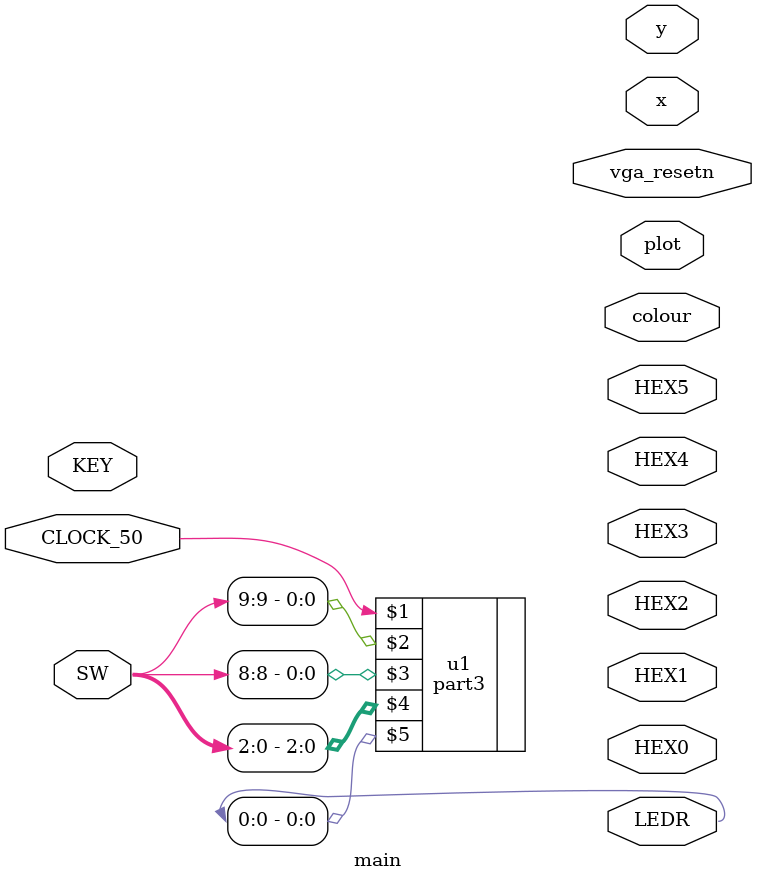
<source format=v>
`timescale 1ns / 1ps
`default_nettype none

module main	(
	input wire CLOCK_50,            //On Board 50 MHz
	input wire [9:0] SW,            // On board Switches
	input wire [3:0] KEY,           // On board push buttons
	output wire [6:0] HEX0,         // HEX displays
	output wire [6:0] HEX1,         
	output wire [6:0] HEX2,         
	output wire [6:0] HEX3,         
	output wire [6:0] HEX4,         
	output wire [6:0] HEX5,         
	output wire [9:0] LEDR,         // LEDs
	output wire [7:0] x,            // VGA pixel coordinates
	output wire [6:0] y,
	output wire [2:0] colour,       // VGA pixel colour (0-7)
	output wire plot,               // Pixel drawn when this is pulsed
	output wire vga_resetn          // VGA resets to black when this is pulsed (NOT CURRENTLY AVAILABLE)
);    

	//Write code in here!	
	part3 u1(CLOCK_50, SW[9],SW[8], SW[2:0], LEDR[0]);
endmodule

</source>
